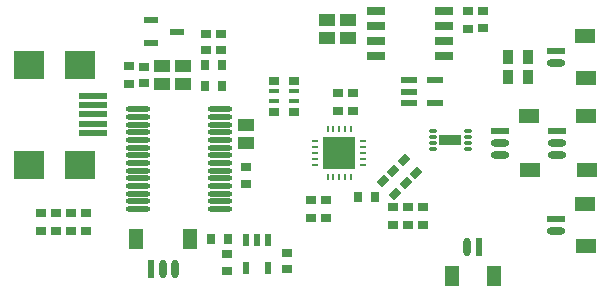
<source format=gtp>
%FSLAX24Y24*%
%MOIN*%
G70*
G01*
G75*
G04 Layer_Color=8421504*
%ADD10R,0.0236X0.0433*%
%ADD11R,0.0925X0.0197*%
%ADD12R,0.0984X0.0925*%
%ADD13R,0.0709X0.0472*%
%ADD14R,0.0610X0.0236*%
%ADD15O,0.0610X0.0236*%
%ADD16R,0.1102X0.1102*%
%ADD17O,0.0256X0.0098*%
%ADD18O,0.0098X0.0256*%
%ADD19R,0.0354X0.0252*%
%ADD20R,0.0354X0.0161*%
%ADD21O,0.0236X0.0610*%
%ADD22R,0.0236X0.0610*%
%ADD23R,0.0472X0.0709*%
%ADD24O,0.0276X0.0118*%
%ADD25R,0.0748X0.0354*%
%ADD26O,0.0827X0.0177*%
%ADD27R,0.0571X0.0217*%
%ADD28R,0.0571X0.0217*%
%ADD29R,0.0630X0.0276*%
%ADD30R,0.0374X0.0512*%
%ADD31R,0.0354X0.0276*%
%ADD32R,0.0276X0.0354*%
G04:AMPARAMS|DCode=33|XSize=35.4mil|YSize=27.6mil|CornerRadius=0mil|HoleSize=0mil|Usage=FLASHONLY|Rotation=225.000|XOffset=0mil|YOffset=0mil|HoleType=Round|Shape=Rectangle|*
%AMROTATEDRECTD33*
4,1,4,0.0028,0.0223,0.0223,0.0028,-0.0028,-0.0223,-0.0223,-0.0028,0.0028,0.0223,0.0*
%
%ADD33ROTATEDRECTD33*%

%ADD34R,0.0551X0.0433*%
%ADD35R,0.0453X0.0236*%
%ADD36R,0.0335X0.0315*%
%ADD37C,0.0250*%
%ADD38C,0.0100*%
%ADD39C,0.0200*%
%ADD40C,0.0150*%
%ADD41C,0.0300*%
%ADD42R,0.0500X0.0500*%
%ADD43C,0.0500*%
%ADD44R,0.0787X0.0315*%
%ADD45R,0.0394X0.0394*%
%ADD46C,0.0394*%
%ADD47C,0.0240*%
%ADD48C,0.0260*%
%ADD49C,0.0300*%
%ADD50O,0.0236X0.0866*%
%ADD51R,0.0886X0.0768*%
%ADD52R,0.0886X0.1004*%
%ADD53R,0.0906X0.0906*%
%ADD54R,0.0827X0.0906*%
%ADD55C,0.0098*%
%ADD56C,0.0236*%
%ADD57C,0.0039*%
%ADD58C,0.0079*%
%ADD59C,0.0047*%
%ADD60C,0.0063*%
%ADD61C,0.0060*%
D10*
X32574Y28322D02*
D03*
X32200D02*
D03*
X31826D02*
D03*
Y27378D02*
D03*
X32574D02*
D03*
D11*
X26741Y31860D02*
D03*
Y32175D02*
D03*
Y32490D02*
D03*
Y33120D02*
D03*
Y32805D02*
D03*
D12*
X24615Y30797D02*
D03*
Y34153D02*
D03*
X26288Y30797D02*
D03*
Y34153D02*
D03*
D13*
X43155Y28101D02*
D03*
X43145Y29509D02*
D03*
X41294Y30634D02*
D03*
X41285Y32446D02*
D03*
X43155Y33701D02*
D03*
X43145Y35109D02*
D03*
X43185Y32446D02*
D03*
X43194Y30634D02*
D03*
D14*
X42161Y28997D02*
D03*
X40300Y31934D02*
D03*
X42161Y34597D02*
D03*
X42200Y31934D02*
D03*
D15*
X42161Y28603D02*
D03*
X40300Y31540D02*
D03*
Y31146D02*
D03*
X42161Y34203D02*
D03*
X42200Y31146D02*
D03*
Y31540D02*
D03*
D16*
X34950Y31200D02*
D03*
D17*
X34153Y30806D02*
D03*
Y31003D02*
D03*
Y31200D02*
D03*
Y31397D02*
D03*
Y31594D02*
D03*
X35747D02*
D03*
Y31397D02*
D03*
Y31200D02*
D03*
Y31003D02*
D03*
Y30806D02*
D03*
D18*
X34556Y31997D02*
D03*
X34753D02*
D03*
X34950D02*
D03*
X35147D02*
D03*
X35344D02*
D03*
Y30403D02*
D03*
X35147D02*
D03*
X34950D02*
D03*
X34753D02*
D03*
X34556D02*
D03*
D19*
X32771Y33618D02*
D03*
Y32582D02*
D03*
X33429D02*
D03*
Y33618D02*
D03*
D20*
X32771Y33257D02*
D03*
Y32943D02*
D03*
X33429D02*
D03*
Y33257D02*
D03*
D21*
X29454Y27350D02*
D03*
X29060D02*
D03*
X39203Y28089D02*
D03*
D22*
X28666Y27350D02*
D03*
X39597Y28089D02*
D03*
D23*
X28154Y28335D02*
D03*
X29966Y28344D02*
D03*
X38701Y27095D02*
D03*
X40109Y27105D02*
D03*
D24*
X38059Y31945D02*
D03*
Y31748D02*
D03*
Y31552D02*
D03*
Y31355D02*
D03*
X39241D02*
D03*
Y31552D02*
D03*
Y31748D02*
D03*
Y31945D02*
D03*
D25*
X38650Y31650D02*
D03*
D26*
X30958Y29337D02*
D03*
Y29593D02*
D03*
Y29848D02*
D03*
Y30104D02*
D03*
Y30360D02*
D03*
Y30616D02*
D03*
Y30872D02*
D03*
Y31128D02*
D03*
Y31384D02*
D03*
Y31640D02*
D03*
Y31896D02*
D03*
Y32152D02*
D03*
Y32407D02*
D03*
Y32663D02*
D03*
X28242Y29337D02*
D03*
Y29593D02*
D03*
Y29848D02*
D03*
Y30104D02*
D03*
Y30360D02*
D03*
Y30616D02*
D03*
Y30872D02*
D03*
Y31128D02*
D03*
Y31384D02*
D03*
Y31640D02*
D03*
Y31896D02*
D03*
Y32152D02*
D03*
Y32407D02*
D03*
Y32663D02*
D03*
D27*
X37277Y33624D02*
D03*
D28*
X37277Y33250D02*
D03*
Y32876D02*
D03*
X38123D02*
D03*
Y33624D02*
D03*
D29*
X36168Y35950D02*
D03*
Y35450D02*
D03*
Y34950D02*
D03*
Y34450D02*
D03*
X38432Y35950D02*
D03*
Y35450D02*
D03*
Y34950D02*
D03*
Y34450D02*
D03*
D30*
X41225Y34400D02*
D03*
X40575D02*
D03*
X41225Y33750D02*
D03*
X40575D02*
D03*
D31*
X27950Y34095D02*
D03*
Y33505D02*
D03*
X34000Y29055D02*
D03*
Y29645D02*
D03*
X34500Y29055D02*
D03*
Y29645D02*
D03*
X39250Y35355D02*
D03*
Y35945D02*
D03*
X34900Y32605D02*
D03*
Y33195D02*
D03*
X35400Y32605D02*
D03*
Y33195D02*
D03*
X26000Y28605D02*
D03*
Y29195D02*
D03*
X26500Y28605D02*
D03*
Y29195D02*
D03*
X36750Y28805D02*
D03*
Y29395D02*
D03*
X37250Y28805D02*
D03*
Y29395D02*
D03*
X37750Y28805D02*
D03*
Y29395D02*
D03*
X25000Y29195D02*
D03*
Y28605D02*
D03*
X25500Y29195D02*
D03*
Y28605D02*
D03*
D32*
X31045Y34150D02*
D03*
X30455D02*
D03*
X30455Y33450D02*
D03*
X31045D02*
D03*
X35555Y29750D02*
D03*
X36145D02*
D03*
X30655Y28350D02*
D03*
X31245D02*
D03*
D33*
X36809Y29841D02*
D03*
X36391Y30259D02*
D03*
X37159Y30191D02*
D03*
X36741Y30609D02*
D03*
X37509Y30541D02*
D03*
X37091Y30959D02*
D03*
D34*
X29050Y34095D02*
D03*
Y33505D02*
D03*
X35250Y35055D02*
D03*
Y35645D02*
D03*
X34550Y35055D02*
D03*
Y35645D02*
D03*
X29750Y34095D02*
D03*
Y33505D02*
D03*
X31850Y32145D02*
D03*
Y31555D02*
D03*
D35*
X28657Y35624D02*
D03*
Y34876D02*
D03*
X29543Y35250D02*
D03*
D36*
X28450Y34076D02*
D03*
Y33524D02*
D03*
X31000Y35176D02*
D03*
Y34624D02*
D03*
X30500Y34624D02*
D03*
Y35176D02*
D03*
X31850Y30726D02*
D03*
Y30174D02*
D03*
X31200Y27274D02*
D03*
Y27826D02*
D03*
X33200Y27324D02*
D03*
Y27876D02*
D03*
X39750Y35374D02*
D03*
Y35926D02*
D03*
M02*

</source>
